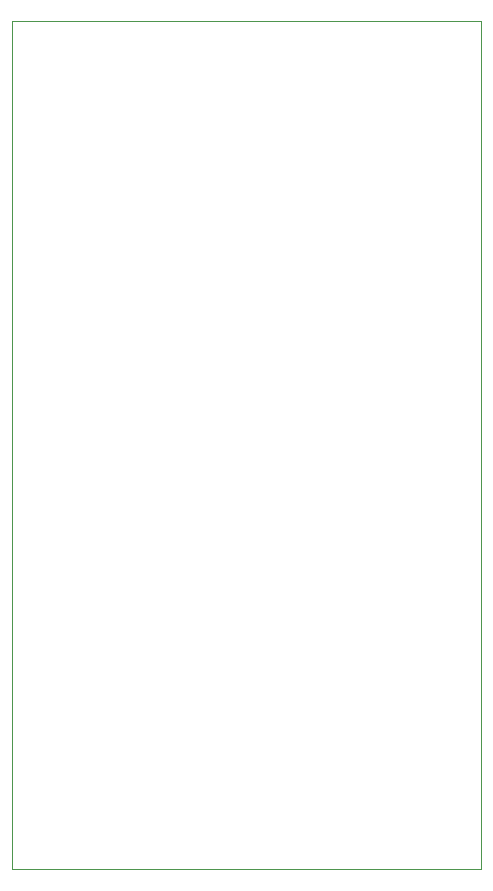
<source format=gbr>
%TF.GenerationSoftware,KiCad,Pcbnew,8.0.6*%
%TF.CreationDate,2025-08-05T17:05:13-05:00*%
%TF.ProjectId,PPDuino_Nano_Procesador,50504475-696e-46f5-9f4e-616e6f5f5072,rev?*%
%TF.SameCoordinates,Original*%
%TF.FileFunction,Profile,NP*%
%FSLAX46Y46*%
G04 Gerber Fmt 4.6, Leading zero omitted, Abs format (unit mm)*
G04 Created by KiCad (PCBNEW 8.0.6) date 2025-08-05 17:05:13*
%MOMM*%
%LPD*%
G01*
G04 APERTURE LIST*
%TA.AperFunction,Profile*%
%ADD10C,0.050000*%
%TD*%
G04 APERTURE END LIST*
D10*
X90300000Y-48500000D02*
X130000000Y-48500000D01*
X130000000Y-120300000D01*
X90300000Y-120300000D01*
X90300000Y-48500000D01*
M02*

</source>
